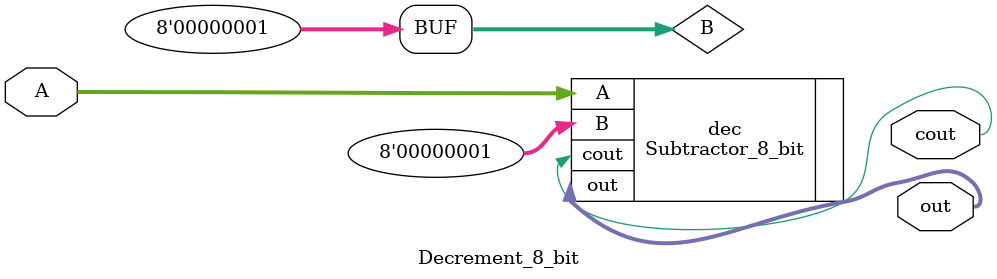
<source format=v>
`timescale 1ns / 1ps

module Decrement_8_bit(
input [7:0]A,
output [7:0]out,
output cout
    );

    wire [7:0]B = 8'b00000001;
    
    Subtractor_8_bit dec(.A(A),.B(B),.out(out),.cout(cout));
    
endmodule

</source>
